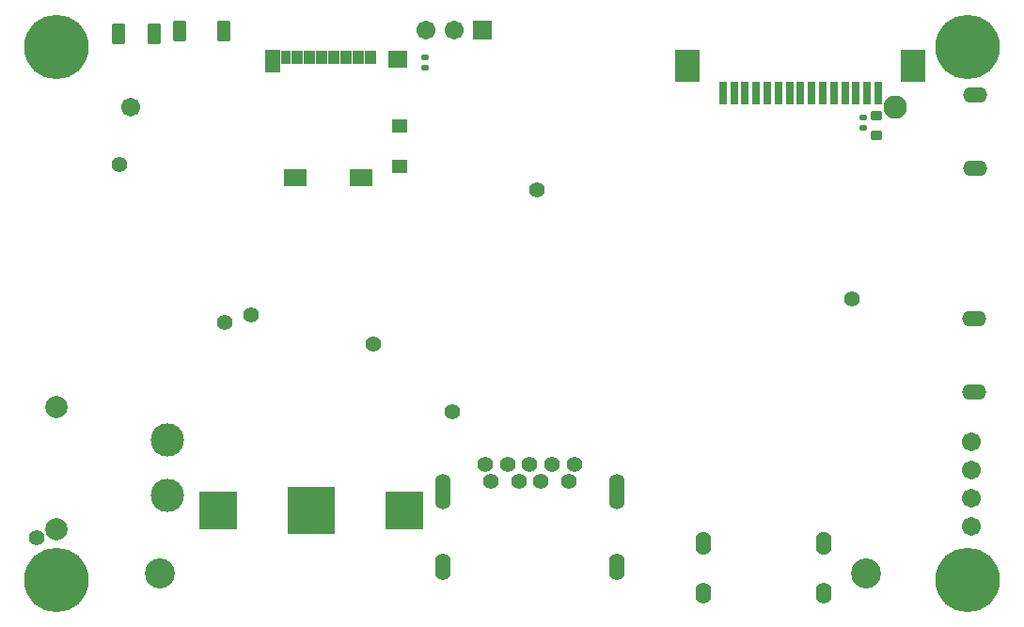
<source format=gbs>
G04*
G04 #@! TF.GenerationSoftware,Altium Limited,Altium Designer,20.1.11 (218)*
G04*
G04 Layer_Color=16711935*
%FSLAX44Y44*%
%MOMM*%
G71*
G04*
G04 #@! TF.SameCoordinates,4E8BECB8-10D7-4487-B94D-AC5258AA6689*
G04*
G04*
G04 #@! TF.FilePolarity,Negative*
G04*
G01*
G75*
G04:AMPARAMS|DCode=71|XSize=1.2032mm|YSize=1.9032mm|CornerRadius=0.1516mm|HoleSize=0mm|Usage=FLASHONLY|Rotation=0.000|XOffset=0mm|YOffset=0mm|HoleType=Round|Shape=RoundedRectangle|*
%AMROUNDEDRECTD71*
21,1,1.2032,1.6000,0,0,0.0*
21,1,0.9000,1.9032,0,0,0.0*
1,1,0.3032,0.4500,-0.8000*
1,1,0.3032,-0.4500,-0.8000*
1,1,0.3032,-0.4500,0.8000*
1,1,0.3032,0.4500,0.8000*
%
%ADD71ROUNDEDRECTD71*%
G04:AMPARAMS|DCode=87|XSize=0.64mm|YSize=0.54mm|CornerRadius=0.09mm|HoleSize=0mm|Usage=FLASHONLY|Rotation=0.000|XOffset=0mm|YOffset=0mm|HoleType=Round|Shape=RoundedRectangle|*
%AMROUNDEDRECTD87*
21,1,0.6400,0.3600,0,0,0.0*
21,1,0.4600,0.5400,0,0,0.0*
1,1,0.1800,0.2300,-0.1800*
1,1,0.1800,-0.2300,-0.1800*
1,1,0.1800,-0.2300,0.1800*
1,1,0.1800,0.2300,0.1800*
%
%ADD87ROUNDEDRECTD87*%
G04:AMPARAMS|DCode=108|XSize=1.0032mm|YSize=0.9032mm|CornerRadius=0.1366mm|HoleSize=0mm|Usage=FLASHONLY|Rotation=0.000|XOffset=0mm|YOffset=0mm|HoleType=Round|Shape=RoundedRectangle|*
%AMROUNDEDRECTD108*
21,1,1.0032,0.6300,0,0,0.0*
21,1,0.7300,0.9032,0,0,0.0*
1,1,0.2732,0.3650,-0.3150*
1,1,0.2732,-0.3650,-0.3150*
1,1,0.2732,-0.3650,0.3150*
1,1,0.2732,0.3650,0.3150*
%
%ADD108ROUNDEDRECTD108*%
%ADD112C,2.1032*%
%ADD113C,1.7032*%
%ADD114O,1.4032X2.1032*%
%ADD115O,1.4032X1.9032*%
%ADD116R,1.7032X1.7032*%
%ADD117O,2.2032X1.4032*%
%ADD118C,1.4032*%
%ADD119C,3.0032*%
%ADD120C,2.0032*%
%ADD121O,1.4032X3.2032*%
%ADD122O,1.4032X2.4032*%
%ADD123C,2.7032*%
%ADD124C,5.8000*%
%ADD198R,2.3032X3.0032*%
%ADD199R,0.8032X2.1032*%
%ADD200R,1.7532X1.5532*%
%ADD201R,1.3732X2.0032*%
%ADD202R,2.1032X1.5532*%
%ADD203R,1.4032X1.2032*%
%ADD204R,0.9532X1.3032*%
%ADD205R,1.0532X1.3032*%
%ADD206R,4.2032X4.2032*%
%ADD207R,3.4032X3.4032*%
D71*
X140750Y524250D02*
D03*
X180750D02*
D03*
X85750Y521500D02*
D03*
X117750D02*
D03*
D87*
X362000Y500500D02*
D03*
Y491500D02*
D03*
X756500Y446250D02*
D03*
Y437250D02*
D03*
D108*
X768250Y448250D02*
D03*
Y430750D02*
D03*
D112*
X784695Y455975D02*
D03*
D113*
X96694D02*
D03*
X853750Y154600D02*
D03*
Y129199D02*
D03*
Y103799D02*
D03*
Y78400D02*
D03*
X388289Y525180D02*
D03*
X362889D02*
D03*
D114*
X612500Y62750D02*
D03*
X721000D02*
D03*
D115*
X612500Y17750D02*
D03*
X721000D02*
D03*
D116*
X413689Y525180D02*
D03*
D117*
X856500Y265000D02*
D03*
Y199000D02*
D03*
X857000Y400500D02*
D03*
Y466500D02*
D03*
D118*
X181750Y261500D02*
D03*
X416000Y134000D02*
D03*
X436000D02*
D03*
X496000D02*
D03*
X476000D02*
D03*
X491000Y119000D02*
D03*
X456000Y134000D02*
D03*
X466000Y119000D02*
D03*
X446000D02*
D03*
X421000D02*
D03*
X86250Y404250D02*
D03*
X315000Y242250D02*
D03*
X745750Y282750D02*
D03*
X462500Y381250D02*
D03*
X386500Y181500D02*
D03*
X12000Y67750D02*
D03*
X204750Y269000D02*
D03*
D119*
X130000Y156000D02*
D03*
Y106000D02*
D03*
D120*
X30000Y76000D02*
D03*
Y186000D02*
D03*
D121*
X534500Y109700D02*
D03*
X377500D02*
D03*
D122*
X534500Y41700D02*
D03*
X377500D02*
D03*
D123*
X122695Y35975D02*
D03*
X758695D02*
D03*
D124*
X850000Y30000D02*
D03*
Y510000D02*
D03*
X30000D02*
D03*
Y30000D02*
D03*
D198*
X598368Y493097D02*
D03*
X801368D02*
D03*
D199*
X769868Y468097D02*
D03*
X759868D02*
D03*
X749868D02*
D03*
X739868D02*
D03*
X729868D02*
D03*
X719868D02*
D03*
X709868D02*
D03*
X699868D02*
D03*
X689868D02*
D03*
X679868D02*
D03*
X669868D02*
D03*
X659868D02*
D03*
X649868D02*
D03*
X639868D02*
D03*
X629868D02*
D03*
D200*
X337250Y499250D02*
D03*
D201*
X224300Y497000D02*
D03*
D202*
X244550Y392250D02*
D03*
X304250D02*
D03*
D203*
X339250Y402000D02*
D03*
Y439000D02*
D03*
D204*
X236400Y500500D02*
D03*
D205*
X246900D02*
D03*
X257900D02*
D03*
X268900D02*
D03*
X279900D02*
D03*
X290900D02*
D03*
X301900D02*
D03*
X312900D02*
D03*
D206*
X259500Y92750D02*
D03*
D207*
X175500D02*
D03*
X343500D02*
D03*
M02*

</source>
